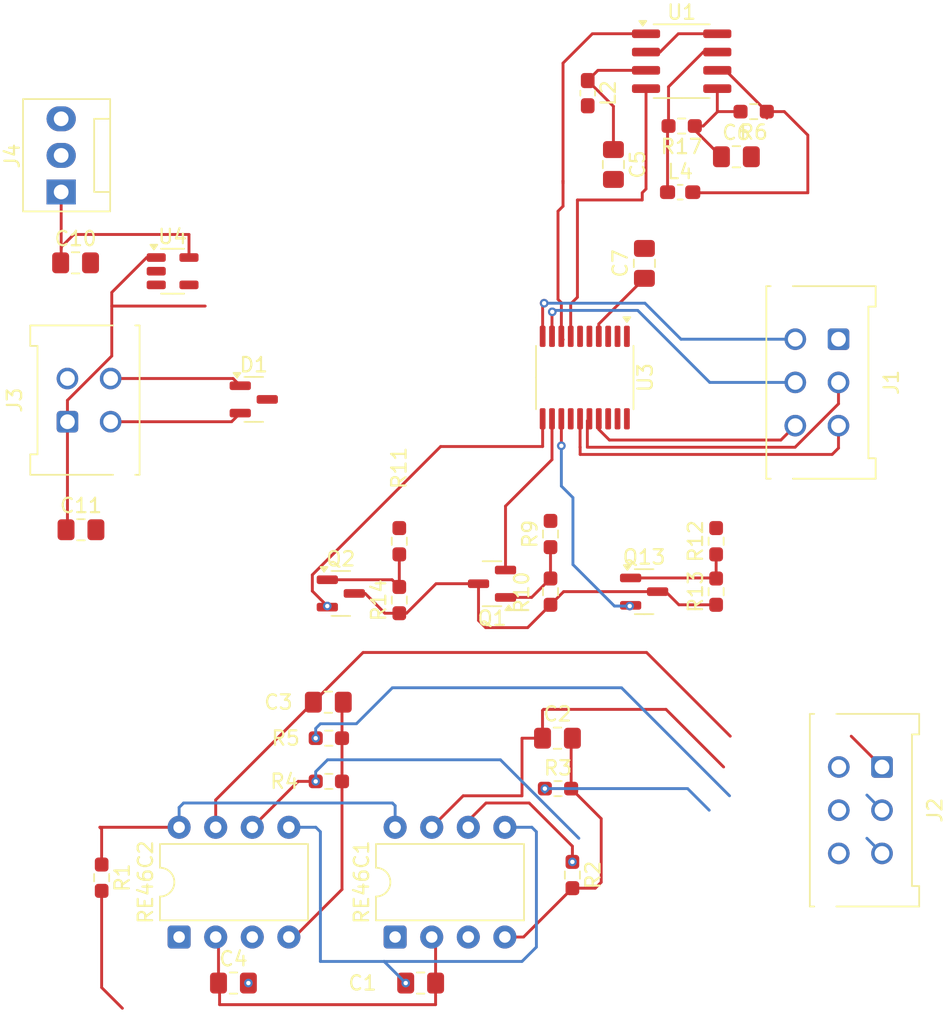
<source format=kicad_pcb>
(kicad_pcb (version 20241229) (generator "pcbnew") (generator_version "9.0")
  (layers (0 "F.Cu" signal) (2 "B.Cu" signal) (13 "F.Paste" user) (15 "B.Paste" user) (5 "F.SilkS" user "F.Silkscreen") (7 "B.SilkS" user "B.Silkscreen") (1 "F.Mask" user) (3 "B.Mask" user) (25 "Edge.Cuts" user))
  (net 0 "")
  (net 1 "Net-(RE46C1-HRNEN)")
  (net 2 "Buzz_Enable")
  (net 3 "Net-(RE46C1-FEED)")
  (net 4 "Speaker1_G")
  (net 5 "Speaker1_F")
  (net 6 "Net-(RE46C2-FEED)")
  (net 7 "Speaker2_G")
  (net 8 "Speaker2_F")
  (net 9 "CANH")
  (net 10 "CANL")
  (net 11 "BMS_Fault")
  (net 12 "Net-(Q1-G)")
  (net 13 "3.3V")
  (net 14 "Net-(Q2-G)")
  (net 15 "IMD_Fault")
  (net 16 "Reset")
  (net 17 "Net-(Q13-G)")
  (net 18 "GND")
  (net 19 "Net-(U1-VCC)")
  (net 20 "Vref")
  (net 21 "SPK_12V+")
  (net 22 "3.3V+")
  (net 23 "+3.3V")
  (net 24 "Net-(U1-CANL)")
  (net 25 "Net-(U1-CANH)")
  (net 27 "Speaker1_M")
  (net 29 "Speaker2_M")
  (net 32 "Net-(Q1-S)")
  (net 33 "Net-(Q2-S)")
  (net 34 "Teensy_TX")
  (net 35 "Teensy_RX")
  (net 36 "Net-(Q13-S)")
  (net 37 "Net-(U1-D)")
  (net 38 "Net-(U1-R)")
  (net 39 "R2D")
  (net 41 "12V+")
  (net 42 "BMS_LIGHT")
  (net 47 "IMD_LIGHT")
  (net 48 "SWCLK")
  (net 51 "SWDIO")
  (footprint "Capacitor_SMD:C_0805_2012Metric_Pad1.18x1.45mm_HandSolder" (layer "F.Cu") (at 189.34875 74.6725 -90)
    (property "Reference" "C5" (at 0 -1.68 90) (layer "F.SilkS"))
    (property "Value" "10uF")
    (pad "1" smd roundrect (at -1.0375 0 270) (size 1.175 1.45) (layers "F.Cu" "F.Mask" "F.Paste") (roundrect_rratio 0.212766) (net 19 "Net-(U1-VCC)"))
    (pad "2" smd roundrect (at 1.0375 0 270) (size 1.175 1.45) (layers "F.Cu" "F.Mask" "F.Paste") (roundrect_rratio 0.212766) (net 18 "GND"))
  )
  (footprint "Connector:FanPinHeader_1x03_P2.54mm_Vertical" (layer "F.Cu") (at 151 76.58 90)
    (property "Reference" "J4" (at 2.5 -3.4 90) (layer "F.SilkS"))
    (property "Value" "Conn_01x04_Pin")
    (pad "1" thru_hole rect (at 0 0 180) (size 2.03 1.73) (drill 1.02) (layers "*.Cu" "*.Mask") (net 22 "3.3V+"))
    (pad "2" thru_hole oval (at 2.54 0 180) (size 2.03 1.73) (drill 1.02) (layers "*.Cu" "*.Mask") (net 18 "GND"))
    (pad "3" thru_hole oval (at 5.08 0 180) (size 2.03 1.73) (drill 1.02) (layers "*.Cu" "*.Mask") (net 51 "SWDIO"))
  )
  (footprint "Resistor_SMD:R_0603_1608Metric_Pad0.98x0.95mm_HandSolder" (layer "F.Cu") (at 169.5875 117.5)
    (property "Reference" "R4" (at -3.0875 0 0) (layer "F.SilkS"))
    (property "Value" "1.5M")
    (pad "1" smd roundrect (at -0.9125 0) (size 0.975 0.95) (layers "F.Cu" "F.Mask" "F.Paste") (net 7 "Speaker2_G"))
    (pad "2" smd roundrect (at 0.9125 0) (size 0.975 0.95) (layers "F.Cu" "F.Mask" "F.Paste") (net 6 "Net-(RE46C2-FEED)"))
  )
  (footprint "Capacitor_SMD:C_0805_2012Metric_Pad1.18x1.45mm_HandSolder" (layer "F.Cu") (at 185.4625 114.5)
    (property "Reference" "C2" (at 0 -1.68 0) (layer "F.SilkS"))
    (property "Value" "1200pF")
    (pad "1" smd roundrect (at -1.0375 0) (size 1.175 1.45) (layers "F.Cu" "F.Mask" "F.Paste") (roundrect_rratio 0.212766) (net 27 "Speaker1_M"))
    (pad "2" smd roundrect (at 1.0375 0) (size 1.175 1.45) (layers "F.Cu" "F.Mask" "F.Paste") (roundrect_rratio 0.212766) (net 3 "Net-(RE46C1-FEED)"))
  )
  (footprint "Package_TO_SOT_SMD:SOT-23" (layer "F.Cu") (at 170.417499 104.45125)
    (property "Reference" "Q2" (at 0 -2.4 0) (layer "F.SilkS"))
    (property "Value" "AO3400A")
    (pad "1" smd roundrect (at -0.9375 -0.95) (size 1.475 0.6) (layers "F.Cu" "F.Mask" "F.Paste") (net 14 "Net-(Q2-G)"))
    (pad "2" smd roundrect (at -0.9375 0.95) (size 1.475 0.6) (layers "F.Cu" "F.Mask" "F.Paste") (net 33 "Net-(Q2-S)"))
    (pad "3" smd roundrect (at 0.9375 0) (size 1.475 0.6) (layers "F.Cu" "F.Mask" "F.Paste") (net 18 "GND"))
  )
  (footprint "Package_TO_SOT_SMD:TSOT-23-5" (layer "F.Cu") (at 158.7375 82.08)
    (property "Reference" "U4" (at 0 -2.4 0) (layer "F.SilkS"))
    (property "Value" "LT1761-3.3")
    (pad "1" smd roundrect (at -1.1375 -0.95) (size 1.325 0.6) (layers "F.Cu" "F.Mask" "F.Paste") (net 41 "12V+"))
    (pad "2" smd roundrect (at -1.1375 0) (size 1.325 0.6) (layers "F.Cu" "F.Mask" "F.Paste") (net 18 "GND"))
    (pad "3" smd roundrect (at -1.1375 0.95) (size 1.325 0.6) (layers "F.Cu" "F.Mask" "F.Paste"))
    (pad "4" smd roundrect (at 1.1375 0.95) (size 1.325 0.6) (layers "F.Cu" "F.Mask" "F.Paste"))
    (pad "5" smd roundrect (at 1.1375 -0.95) (size 1.325 0.6) (layers "F.Cu" "F.Mask" "F.Paste") (net 22 "3.3V+"))
  )
  (footprint "Package_SO:SOIC-8_3.9x4.9mm_P1.27mm" (layer "F.Cu") (at 194.0875 67.5)
    (property "Reference" "U1" (at 0 -3.4 0) (layer "F.SilkS"))
    (property "Value" "SN65HVD230")
    (pad "1" smd roundrect (at -2.475 -1.905) (size 1.95 0.6) (layers "F.Cu" "F.Mask" "F.Paste") (net 37 "Net-(U1-D)"))
    (pad "2" smd roundrect (at -2.475 -0.635) (size 1.95 0.6) (layers "F.Cu" "F.Mask" "F.Paste") (net 18 "GND"))
    (pad "3" smd roundrect (at -2.475 0.635) (size 1.95 0.6) (layers "F.Cu" "F.Mask" "F.Paste") (net 19 "Net-(U1-VCC)"))
    (pad "4" smd roundrect (at -2.475 1.905) (size 1.95 0.6) (layers "F.Cu" "F.Mask" "F.Paste") (net 38 "Net-(U1-R)"))
    (pad "5" smd roundrect (at 2.475 1.905) (size 1.95 0.6) (layers "F.Cu" "F.Mask" "F.Paste") (net 20 "Vref"))
    (pad "6" smd roundrect (at 2.475 0.635) (size 1.95 0.6) (layers "F.Cu" "F.Mask" "F.Paste") (net 24 "Net-(U1-CANL)"))
    (pad "7" smd roundrect (at 2.475 -0.635) (size 1.95 0.6) (layers "F.Cu" "F.Mask" "F.Paste") (net 25 "Net-(U1-CANH)"))
    (pad "8" smd roundrect (at 2.475 -1.905) (size 1.95 0.6) (layers "F.Cu" "F.Mask" "F.Paste") (net 18 "GND"))
  )
  (footprint "Resistor_SMD:R_0603_1608Metric_Pad0.98x0.95mm_HandSolder" (layer "F.Cu") (at 174.479999 100.82625 90)
    (property "Reference" "R11" (at 5.0875 -0.02 90) (layer "F.SilkS"))
    (property "Value" "3k")
    (pad "1" smd roundrect (at -0.9125 0 90) (size 0.975 0.95) (layers "F.Cu" "F.Mask" "F.Paste") (net 14 "Net-(Q2-G)"))
    (pad "2" smd roundrect (at 0.9125 0 90) (size 0.975 0.95) (layers "F.Cu" "F.Mask" "F.Paste") (net 15 "IMD_Fault"))
  )
  (footprint "Package_DIP:DIP-8_W7.62mm" (layer "F.Cu") (at 159.19 128.305 90)
    (property "Reference" "RE46C2" (at 3.81 -2.33 90) (layer "F.SilkS"))
    (property "Value" "~")
    (pad "1" thru_hole roundrect (at 0 0 90) (size 1.6 1.6) (drill 0.8) (layers "*.Cu" "*.Mask") (roundrect_rratio 0.15625))
    (pad "2" thru_hole circle (at 0 2.54 90) (size 1.6 1.6) (drill 0.8) (layers "*.Cu" "*.Mask") (net 21 "SPK_12V+"))
    (pad "3" thru_hole circle (at 0 5.08 90) (size 1.6 1.6) (drill 0.8) (layers "*.Cu" "*.Mask"))
    (pad "4" thru_hole circle (at 0 7.62 90) (size 1.6 1.6) (drill 0.8) (layers "*.Cu" "*.Mask") (net 6 "Net-(RE46C2-FEED)"))
    (pad "5" thru_hole circle (at 7.62 7.62 90) (size 1.6 1.6) (drill 0.8) (layers "*.Cu" "*.Mask") (net 18 "GND"))
    (pad "6" thru_hole circle (at 7.62 5.08 90) (size 1.6 1.6) (drill 0.8) (layers "*.Cu" "*.Mask") (net 7 "Speaker2_G"))
    (pad "7" thru_hole circle (at 7.62 2.54 90) (size 1.6 1.6) (drill 0.8) (layers "*.Cu" "*.Mask") (net 29 "Speaker2_M"))
    (pad "8" thru_hole circle (at 7.62 0 90) (size 1.6 1.6) (drill 0.8) (layers "*.Cu" "*.Mask") (net 1 "Net-(RE46C1-HRNEN)"))
  )
  (footprint "Capacitor_SMD:C_0805_2012Metric_Pad1.18x1.45mm_HandSolder" (layer "F.Cu") (at 191.5 81.5375 90)
    (property "Reference" "C7" (at 0 -1.68 90) (layer "F.SilkS"))
    (property "Value" "C")
    (pad "1" smd roundrect (at -1.0375 0 90) (size 1.175 1.45) (layers "F.Cu" "F.Mask" "F.Paste") (roundrect_rratio 0.212766) (net 13 "3.3V"))
    (pad "2" smd roundrect (at 1.0375 0 90) (size 1.175 1.45) (layers "F.Cu" "F.Mask" "F.Paste") (roundrect_rratio 0.212766) (net 18 "GND"))
  )
  (footprint "Resistor_SMD:R_0603_1608Metric_Pad0.98x0.95mm_HandSolder" (layer "F.Cu") (at 196.479999 100.82625 90)
    (property "Reference" "R12" (at 0 -1.43 90) (layer "F.SilkS"))
    (property "Value" "3k")
    (pad "1" smd roundrect (at -0.9125 0 90) (size 0.975 0.95) (layers "F.Cu" "F.Mask" "F.Paste") (net 17 "Net-(Q13-G)"))
    (pad "2" smd roundrect (at 0.9125 0 90) (size 0.975 0.95) (layers "F.Cu" "F.Mask" "F.Paste") (net 16 "Reset"))
  )
  (footprint "Inductor_SMD:L_0603_1608Metric_Pad1.05x0.95mm_HandSolder" (layer "F.Cu") (at 187.5625 69.72 -90)
    (property "Reference" "L2" (at 0 -1.43 90) (layer "F.SilkS"))
    (property "Value" "GZ1608D601TF")
    (pad "1" smd roundrect (at -0.875 0 270) (size 1.05 0.95) (layers "F.Cu" "F.Mask" "F.Paste") (net 19 "Net-(U1-VCC)"))
    (pad "2" smd roundrect (at 0.875 0 270) (size 1.05 0.95) (layers "F.Cu" "F.Mask" "F.Paste") (net 23 "+3.3V"))
  )
  (footprint "Package_TO_SOT_SMD:SOT-23" (layer "F.Cu") (at 164.3725 90.98)
    (property "Reference" "D1" (at 0 -2.4 0) (layer "F.SilkS"))
    (property "Value" "ESD2CANFD24DBZRQ1")
    (pad "1" smd roundrect (at -0.9375 -0.95) (size 1.475 0.6) (layers "F.Cu" "F.Mask" "F.Paste") (net 10 "CANL"))
    (pad "2" smd roundrect (at -0.9375 0.95) (size 1.475 0.6) (layers "F.Cu" "F.Mask" "F.Paste") (net 9 "CANH"))
    (pad "3" smd roundrect (at 0.9375 0) (size 1.475 0.6) (layers "F.Cu" "F.Mask" "F.Paste") (net 18 "GND"))
  )
  (footprint "Capacitor_SMD:C_0805_2012Metric_Pad1.18x1.45mm_HandSolder" (layer "F.Cu") (at 175.9625 131.5 180)
    (property "Reference" "C1" (at 4.0375 0 0) (layer "F.SilkS"))
    (property "Value" "1uF/50V")
    (pad "1" smd roundrect (at -1.0375 0 180) (size 1.175 1.45) (layers "F.Cu" "F.Mask" "F.Paste") (roundrect_rratio 0.212766) (net 41 "12V+"))
    (pad "2" smd roundrect (at 1.0375 0 180) (size 1.175 1.45) (layers "F.Cu" "F.Mask" "F.Paste") (roundrect_rratio 0.212766) (net 18 "GND"))
  )
  (footprint "Connector_Molex:Molex_Micro-Fit_3.0_43045-0412_2x02_P3.00mm_Vertical" (layer "F.Cu") (at 151.435 92.53 90)
    (property "Reference" "J3" (at 1.5 -3.67 90) (layer "F.SilkS"))
    (property "Value" "Conn_01x04_Pin")
    (pad "" np_thru_hole circle (at -3 3.94 90) (size 1.02 1.02) (drill 1.02) (layers "*.Cu" "*.Mask"))
    (pad "" np_thru_hole circle (at 6 3.94 90) (size 1.02 1.02) (drill 1.02) (layers "*.Cu" "*.Mask"))
    (pad "1" thru_hole roundrect (at 0 0 90) (size 1.5 1.5) (drill 1.02) (layers "*.Cu" "*.Mask") (roundrect_rratio 0.166667) (net 41 "12V+"))
    (pad "2" thru_hole circle (at 3 0 90) (size 1.5 1.5) (drill 1.02) (layers "*.Cu" "*.Mask") (net 18 "GND"))
    (pad "3" thru_hole circle (at 0 3 90) (size 1.5 1.5) (drill 1.02) (layers "*.Cu" "*.Mask") (net 9 "CANH"))
    (pad "4" thru_hole circle (at 3 3 90) (size 1.5 1.5) (drill 1.02) (layers "*.Cu" "*.Mask") (net 10 "CANL"))
  )
  (footprint "Resistor_SMD:R_0603_1608Metric_Pad0.98x0.95mm_HandSolder" (layer "F.Cu") (at 184.979999 104.32625 90)
    (property "Reference" "R10" (at -0.0625 -2 90) (layer "F.SilkS"))
    (property "Value" "12k")
    (pad "1" smd roundrect (at -0.9125 0 90) (size 0.975 0.95) (layers "F.Cu" "F.Mask" "F.Paste") (net 18 "GND"))
    (pad "2" smd roundrect (at 0.9125 0 90) (size 0.975 0.95) (layers "F.Cu" "F.Mask" "F.Paste") (net 12 "Net-(Q1-G)"))
  )
  (footprint "Package_SO:TSSOP-20_4.4x6.5mm_P0.65mm" (layer "F.Cu") (at 187.357499 89.46375 -90)
    (property "Reference" "U3" (at 0 -4.2 90) (layer "F.SilkS"))
    (property "Value" "STM32C011F4Px")
    (pad "1" smd roundrect (at -2.8625 -2.925 270) (size 1.475 0.4) (layers "F.Cu" "F.Mask" "F.Paste"))
    (pad "2" smd roundrect (at -2.8625 -2.275 270) (size 1.475 0.4) (layers "F.Cu" "F.Mask" "F.Paste"))
    (pad "3" smd roundrect (at -2.8625 -1.625 270) (size 1.475 0.4) (layers "F.Cu" "F.Mask" "F.Paste"))
    (pad "4" smd roundrect (at -2.8625 -0.975 270) (size 1.475 0.4) (layers "F.Cu" "F.Mask" "F.Paste") (net 13 "3.3V"))
    (pad "5" smd roundrect (at -2.8625 -0.325 270) (size 1.475 0.4) (layers "F.Cu" "F.Mask" "F.Paste") (net 18 "GND"))
    (pad "6" smd roundrect (at -2.8625 0.325 270) (size 1.475 0.4) (layers "F.Cu" "F.Mask" "F.Paste"))
    (pad "7" smd roundrect (at -2.8625 0.975 270) (size 1.475 0.4) (layers "F.Cu" "F.Mask" "F.Paste") (net 38 "Net-(U1-R)"))
    (pad "8" smd roundrect (at -2.8625 1.625 270) (size 1.475 0.4) (layers "F.Cu" "F.Mask" "F.Paste") (net 37 "Net-(U1-D)"))
    (pad "9" smd roundrect (at -2.8625 2.275 270) (size 1.475 0.4) (layers "F.Cu" "F.Mask" "F.Paste") (net 35 "Teensy_RX"))
    (pad "10" smd roundrect (at -2.8625 2.925 270) (size 1.475 0.4) (layers "F.Cu" "F.Mask" "F.Paste") (net 34 "Teensy_TX"))
    (pad "11" smd roundrect (at 2.8625 2.925 270) (size 1.475 0.4) (layers "F.Cu" "F.Mask" "F.Paste") (net 33 "Net-(Q2-S)"))
    (pad "12" smd roundrect (at 2.8625 2.275 270) (size 1.475 0.4) (layers "F.Cu" "F.Mask" "F.Paste") (net 32 "Net-(Q1-S)"))
    (pad "13" smd roundrect (at 2.8625 1.625 270) (size 1.475 0.4) (layers "F.Cu" "F.Mask" "F.Paste") (net 36 "Net-(Q13-S)"))
    (pad "14" smd roundrect (at 2.8625 0.975 270) (size 1.475 0.4) (layers "F.Cu" "F.Mask" "F.Paste") (net 2 "Buzz_Enable"))
    (pad "15" smd roundrect (at 2.8625 0.325 270) (size 1.475 0.4) (layers "F.Cu" "F.Mask" "F.Paste") (net 39 "R2D"))
    (pad "16" smd roundrect (at 2.8625 -0.325 270) (size 1.475 0.4) (layers "F.Cu" "F.Mask" "F.Paste") (net 47 "IMD_LIGHT"))
    (pad "17" smd roundrect (at 2.8625 -0.975 270) (size 1.475 0.4) (layers "F.Cu" "F.Mask" "F.Paste") (net 42 "BMS_LIGHT"))
    (pad "18" smd roundrect (at 2.8625 -1.625 270) (size 1.475 0.4) (layers "F.Cu" "F.Mask" "F.Paste") (net 51 "SWDIO"))
    (pad "19" smd roundrect (at 2.8625 -2.275 270) (size 1.475 0.4) (layers "F.Cu" "F.Mask" "F.Paste") (net 48 "SWCLK"))
    (pad "20" smd roundrect (at 2.8625 -2.925 270) (size 1.475 0.4) (layers "F.Cu" "F.Mask" "F.Paste"))
  )
  (footprint "Resistor_SMD:R_0603_1608Metric_Pad0.98x0.95mm_HandSolder" (layer "F.Cu") (at 169.5875 114.5)
    (property "Reference" "R5" (at -3 0 0) (layer "F.SilkS"))
    (property "Value" "150k")
    (pad "1" smd roundrect (at -0.9125 0) (size 0.975 0.95) (layers "F.Cu" "F.Mask" "F.Paste") (net 8 "Speaker2_F"))
    (pad "2" smd roundrect (at 0.9125 0) (size 0.975 0.95) (layers "F.Cu" "F.Mask" "F.Paste") (net 6 "Net-(RE46C2-FEED)"))
  )
  (footprint "Package_DIP:DIP-8_W7.62mm" (layer "F.Cu") (at 174.19 128.305 90)
    (property "Reference" "RE46C1" (at 3.81 -2.33 90) (layer "F.SilkS"))
    (property "Value" "~")
    (pad "1" thru_hole roundrect (at 0 0 90) (size 1.6 1.6) (drill 0.8) (layers "*.Cu" "*.Mask") (roundrect_rratio 0.15625))
    (pad "2" thru_hole circle (at 0 2.54 90) (size 1.6 1.6) (drill 0.8) (layers "*.Cu" "*.Mask") (net 41 "12V+"))
    (pad "3" thru_hole circle (at 0 5.08 90) (size 1.6 1.6) (drill 0.8) (layers "*.Cu" "*.Mask"))
    (pad "4" thru_hole circle (at 0 7.62 90) (size 1.6 1.6) (drill 0.8) (layers "*.Cu" "*.Mask") (net 3 "Net-(RE46C1-FEED)"))
    (pad "5" thru_hole circle (at 7.62 7.62 90) (size 1.6 1.6) (drill 0.8) (layers "*.Cu" "*.Mask") (net 18 "GND"))
    (pad "6" thru_hole circle (at 7.62 5.08 90) (size 1.6 1.6) (drill 0.8) (layers "*.Cu" "*.Mask") (net 4 "Speaker1_G"))
    (pad "7" thru_hole circle (at 7.62 2.54 90) (size 1.6 1.6) (drill 0.8) (layers "*.Cu" "*.Mask") (net 27 "Speaker1_M"))
    (pad "8" thru_hole circle (at 7.62 0 90) (size 1.6 1.6) (drill 0.8) (layers "*.Cu" "*.Mask") (net 1 "Net-(RE46C1-HRNEN)"))
  )
  (footprint "Resistor_SMD:R_0603_1608Metric_Pad0.98x0.95mm_HandSolder" (layer "F.Cu") (at 174.479999 104.91375 90)
    (property "Reference" "R14" (at 0 -1.43 90) (layer "F.SilkS"))
    (property "Value" "12k")
    (pad "1" smd roundrect (at -0.9125 0 90) (size 0.975 0.95) (layers "F.Cu" "F.Mask" "F.Paste") (net 18 "GND"))
    (pad "2" smd roundrect (at 0.9125 0 90) (size 0.975 0.95) (layers "F.Cu" "F.Mask" "F.Paste") (net 14 "Net-(Q2-G)"))
  )
  (footprint "Resistor_SMD:R_0603_1608Metric_Pad0.98x0.95mm_HandSolder" (layer "F.Cu") (at 194.0875 72 180)
    (property "Reference" "R17" (at 0 -1.43 0) (layer "F.SilkS"))
    (property "Value" "60")
    (pad "1" smd roundrect (at -0.9125 0 180) (size 0.975 0.95) (layers "F.Cu" "F.Mask" "F.Paste") (net 20 "Vref"))
    (pad "2" smd roundrect (at 0.9125 0 180) (size 0.975 0.95) (layers "F.Cu" "F.Mask" "F.Paste") (net 25 "Net-(U1-CANH)"))
  )
  (footprint "Resistor_SMD:R_0603_1608Metric_Pad0.98x0.95mm_HandSolder" (layer "F.Cu") (at 185.5 118)
    (property "Reference" "R3" (at 0 -1.43 0) (layer "F.SilkS"))
    (property "Value" "150k")
    (pad "1" smd roundrect (at -0.9125 0) (size 0.975 0.95) (layers "F.Cu" "F.Mask" "F.Paste") (net 5 "Speaker1_F"))
    (pad "2" smd roundrect (at 0.9125 0) (size 0.975 0.95) (layers "F.Cu" "F.Mask" "F.Paste") (net 3 "Net-(RE46C1-FEED)"))
  )
  (footprint "Capacitor_SMD:C_0805_2012Metric_Pad1.18x1.45mm_HandSolder" (layer "F.Cu") (at 152.375 100.03)
    (property "Reference" "C11" (at 0 -1.68 0) (layer "F.SilkS"))
    (property "Value" "10uF")
    (pad "1" smd roundrect (at -1.0375 0) (size 1.175 1.45) (layers "F.Cu" "F.Mask" "F.Paste") (roundrect_rratio 0.212766) (net 41 "12V+"))
    (pad "2" smd roundrect (at 1.0375 0) (size 1.175 1.45) (layers "F.Cu" "F.Mask" "F.Paste") (roundrect_rratio 0.212766) (net 18 "GND"))
  )
  (footprint "Package_TO_SOT_SMD:SOT-23" (layer "F.Cu") (at 191.479999 104.32625)
    (property "Reference" "Q13" (at 0 -2.4 0) (layer "F.SilkS"))
    (property "Value" "AO3400A")
    (pad "1" smd roundrect (at -0.9375 -0.95) (size 1.475 0.6) (layers "F.Cu" "F.Mask" "F.Paste") (net 17 "Net-(Q13-G)"))
    (pad "2" smd roundrect (at -0.9375 0.95) (size 1.475 0.6) (layers "F.Cu" "F.Mask" "F.Paste") (net 36 "Net-(Q13-S)"))
    (pad "3" smd roundrect (at 0.9375 0) (size 1.475 0.6) (layers "F.Cu" "F.Mask" "F.Paste") (net 18 "GND"))
  )
  (footprint "Resistor_SMD:R_0603_1608Metric_Pad0.98x0.95mm_HandSolder" (layer "F.Cu") (at 153.81 124.185 -90)
    (property "Reference" "R1" (at 0 -1.43 90) (layer "F.SilkS"))
    (property "Value" "10K")
    (pad "1" smd roundrect (at -0.9125 0 270) (size 0.975 0.95) (layers "F.Cu" "F.Mask" "F.Paste") (net 1 "Net-(RE46C1-HRNEN)"))
    (pad "2" smd roundrect (at 0.9125 0 270) (size 0.975 0.95) (layers "F.Cu" "F.Mask" "F.Paste") (net 2 "Buzz_Enable"))
  )
  (footprint "Capacitor_SMD:C_0805_2012Metric_Pad1.18x1.45mm_HandSolder" (layer "F.Cu") (at 197.88625 74.135)
    (property "Reference" "C6" (at 0 -1.68 0) (layer "F.SilkS"))
    (property "Value" "4.7nF")
    (pad "1" smd roundrect (at -1.0375 0) (size 1.175 1.45) (layers "F.Cu" "F.Mask" "F.Paste") (roundrect_rratio 0.212766) (net 20 "Vref"))
    (pad "2" smd roundrect (at 1.0375 0) (size 1.175 1.45) (layers "F.Cu" "F.Mask" "F.Paste") (roundrect_rratio 0.212766) (net 18 "GND"))
  )
  (footprint "Connector_Molex:Molex_Micro-Fit_3.0_43045-0612_2x03_P3.00mm_Vertical" (layer "F.Cu") (at 204.977499 86.80125 -90)
    (property "Reference" "J1" (at 3 -3.67 90) (layer "F.SilkS"))
    (property "Value" "Conn_01x06_Pin")
    (pad "" np_thru_hole circle (at -3 3.94 270) (size 1.02 1.02) (drill 1.02) (layers "*.Cu" "*.Mask"))
    (pad "" np_thru_hole circle (at 9 3.94 270) (size 1.02 1.02) (drill 1.02) (layers "*.Cu" "*.Mask"))
    (pad "1" thru_hole roundrect (at 0 0 270) (size 1.5 1.5) (drill 1.02) (layers "*.Cu" "*.Mask") (roundrect_rratio 0.166667) (net 18 "GND"))
    (pad "2" thru_hole circle (at 3 0 270) (size 1.5 1.5) (drill 1.02) (layers "*.Cu" "*.Mask") (net 47 "IMD_LIGHT"))
    (pad "3" thru_hole circle (at 6 0 270) (size 1.5 1.5) (drill 1.02) (layers "*.Cu" "*.Mask") (net 39 "R2D"))
    (pad "4" thru_hole circle (at 0 3 270) (size 1.5 1.5) (drill 1.02) (layers "*.Cu" "*.Mask") (net 34 "Teensy_TX"))
    (pad "5" thru_hole circle (at 3 3 270) (size 1.5 1.5) (drill 1.02) (layers "*.Cu" "*.Mask") (net 35 "Teensy_RX"))
    (pad "6" thru_hole circle (at 6 3 270) (size 1.5 1.5) (drill 1.02) (layers "*.Cu" "*.Mask") (net 42 "BMS_LIGHT"))
  )
  (footprint "Capacitor_SMD:C_0805_2012Metric_Pad1.18x1.45mm_HandSolder" (layer "F.Cu") (at 169.55 112)
    (property "Reference" "C3" (at -3.4625 0 0) (layer "F.SilkS"))
    (property "Value" "1200pF")
    (pad "1" smd roundrect (at -1.0375 0) (size 1.175 1.45) (layers "F.Cu" "F.Mask" "F.Paste") (roundrect_rratio 0.212766) (net 29 "Speaker2_M"))
    (pad "2" smd roundrect (at 1.0375 0) (size 1.175 1.45) (layers "F.Cu" "F.Mask" "F.Paste") (roundrect_rratio 0.212766) (net 6 "Net-(RE46C2-FEED)"))
  )
  (footprint "Package_TO_SOT_SMD:SOT-23" (layer "F.Cu") (at 180.917499 103.77625 180)
    (property "Reference" "Q1" (at 0 -2.4 0) (layer "F.SilkS"))
    (property "Value" "AO3400A")
    (pad "1" smd roundrect (at -0.9375 -0.95 180) (size 1.475 0.6) (layers "F.Cu" "F.Mask" "F.Paste") (net 12 "Net-(Q1-G)"))
    (pad "2" smd roundrect (at -0.9375 0.95 180) (size 1.475 0.6) (layers "F.Cu" "F.Mask" "F.Paste") (net 32 "Net-(Q1-S)"))
    (pad "3" smd roundrect (at 0.9375 0 180) (size 1.475 0.6) (layers "F.Cu" "F.Mask" "F.Paste") (net 18 "GND"))
  )
  (footprint "Resistor_SMD:R_0603_1608Metric_Pad0.98x0.95mm_HandSolder" (layer "F.Cu") (at 199.0875 71 180)
    (property "Reference" "R6" (at 0 -1.43 0) (layer "F.SilkS"))
    (property "Value" "60")
    (pad "1" smd roundrect (at -0.9125 0 180) (size 0.975 0.95) (layers "F.Cu" "F.Mask" "F.Paste") (net 24 "Net-(U1-CANL)"))
    (pad "2" smd roundrect (at 0.9125 0 180) (size 0.975 0.95) (layers "F.Cu" "F.Mask" "F.Paste") (net 20 "Vref"))
  )
  (footprint "Capacitor_SMD:C_0805_2012Metric_Pad1.18x1.45mm_HandSolder" (layer "F.Cu") (at 162.9625 131.5)
    (property "Reference" "C4" (at 0 -1.68 0) (layer "F.SilkS"))
    (property "Value" "1uF/50V")
    (pad "1" smd roundrect (at -1.0375 0) (size 1.175 1.45) (layers "F.Cu" "F.Mask" "F.Paste") (roundrect_rratio 0.212766) (net 21 "SPK_12V+"))
    (pad "2" smd roundrect (at 1.0375 0) (size 1.175 1.45) (layers "F.Cu" "F.Mask" "F.Paste") (roundrect_rratio 0.212766) (net 18 "GND"))
  )
  (footprint "Resistor_SMD:R_0603_1608Metric_Pad0.98x0.95mm_HandSolder" (layer "F.Cu") (at 196.479999 104.32625 90)
    (property "Reference" "R13" (at 0 -1.43 90) (layer "F.SilkS"))
    (property "Value" "12k")
    (pad "1" smd roundrect (at -0.9125 0 90) (size 0.975 0.95) (layers "F.Cu" "F.Mask" "F.Paste") (net 18 "GND"))
    (pad "2" smd roundrect (at 0.9125 0 90) (size 0.975 0.95) (layers "F.Cu" "F.Mask" "F.Paste") (net 17 "Net-(Q13-G)"))
  )
  (footprint "Resistor_SMD:R_0603_1608Metric_Pad0.98x0.95mm_HandSolder" (layer "F.Cu") (at 186.5 124 -90)
    (property "Reference" "R2" (at 0 -1.43 90) (layer "F.SilkS"))
    (property "Value" "1.5M")
    (pad "1" smd roundrect (at -0.9125 0 270) (size 0.975 0.95) (layers "F.Cu" "F.Mask" "F.Paste") (net 4 "Speaker1_G"))
    (pad "2" smd roundrect (at 0.9125 0 270) (size 0.975 0.95) (layers "F.Cu" "F.Mask" "F.Paste") (net 3 "Net-(RE46C1-FEED)"))
  )
  (footprint "Resistor_SMD:R_0603_1608Metric_Pad0.98x0.95mm_HandSolder" (layer "F.Cu") (at 184.979999 100.32625 90)
    (property "Reference" "R9" (at 0 -1.43 90) (layer "F.SilkS"))
    (property "Value" "3k")
    (pad "1" smd roundrect (at -0.9125 0 90) (size 0.975 0.95) (layers "F.Cu" "F.Mask" "F.Paste") (net 12 "Net-(Q1-G)"))
    (pad "2" smd roundrect (at 0.9125 0 90) (size 0.975 0.95) (layers "F.Cu" "F.Mask" "F.Paste") (net 11 "BMS_Fault"))
  )
  (footprint "Inductor_SMD:L_0603_1608Metric_Pad1.05x0.95mm_HandSolder" (layer "F.Cu") (at 193.982499 76.595)
    (property "Reference" "L4" (at 0 -1.43 0) (layer "F.SilkS"))
    (property "Value" "ACT1210-101-2P-TL00")
    (pad "1" smd roundrect (at -0.875 0) (size 1.05 0.95) (layers "F.Cu" "F.Mask" "F.Paste") (net 25 "Net-(U1-CANH)"))
    (pad "2" smd roundrect (at 0.875 0) (size 1.05 0.95) (layers "F.Cu" "F.Mask" "F.Paste") (net 24 "Net-(U1-CANL)"))
  )
  (footprint "Capacitor_SMD:C_0805_2012Metric_Pad1.18x1.45mm_HandSolder" (layer "F.Cu") (at 152 81.5)
    (property "Reference" "C10" (at 0 -1.68 0) (layer "F.SilkS"))
    (property "Value" "10uF")
    (pad "1" smd roundrect (at -1.0375 0) (size 1.175 1.45) (layers "F.Cu" "F.Mask" "F.Paste") (roundrect_rratio 0.212766) (net 22 "3.3V+"))
    (pad "2" smd roundrect (at 1.0375 0) (size 1.175 1.45) (layers "F.Cu" "F.Mask" "F.Paste") (roundrect_rratio 0.212766) (net 18 "GND"))
  )
  (footprint "Connector_Molex:Molex_Micro-Fit_3.0_43045-0612_2x03_P3.00mm_Vertical" (layer "F.Cu") (at 208 116.5 -90)
    (property "Reference" "J2" (at 3 -3.67 90) (layer "F.SilkS"))
    (property "Value" "Conn_01x06_Pin" (hide yes))
    (pad "" np_thru_hole circle (at -3 3.94 270) (size 1.02 1.02) (drill 1.02) (layers "*.Cu" "*.Mask"))
    (pad "" np_thru_hole circle (at 9 3.94 270) (size 1.02 1.02) (drill 1.02) (layers "*.Cu" "*.Mask"))
    (pad "1" thru_hole roundrect (at 0 0 270) (size 1.5 1.5) (drill 1.02) (layers "*.Cu" "*.Mask") (roundrect_rratio 0.166667) (net 29 "Speaker2_M"))
    (pad "2" thru_hole circle (at 3 0 270) (size 1.5 1.5) (drill 1.02) (layers "*.Cu" "*.Mask") (net 8 "Speaker2_F"))
    (pad "3" thru_hole circle (at 6 0 270) (size 1.5 1.5) (drill 1.02) (layers "*.Cu" "*.Mask") (net 7 "Speaker2_G"))
    (pad "4" thru_hole circle (at 0 3 270) (size 1.5 1.5) (drill 1.02) (layers "*.Cu" "*.Mask") (net 27 "Speaker1_M"))
    (pad "5" thru_hole circle (at 3 3 270) (size 1.5 1.5) (drill 1.02) (layers "*.Cu" "*.Mask") (net 5 "Speaker1_F"))
    (pad "6" thru_hole circle (at 6 3 270) (size 1.5 1.5) (drill 1.02) (layers "*.Cu" "*.Mask") (net 4 "Speaker1_G"))
  )
  (segment (start 153.685 120.685) (end 153.81 120.81) (width 0.2) (layer "F.Cu") (net 1))
  (segment (start 159.19 120.685) (end 153.685 120.685) (width 0.2) (layer "F.Cu") (net 1))
  (segment (start 153.81 120.81) (end 153.81 123.2725) (width 0.2) (layer "F.Cu") (net 1))
  (segment (start 174.19 119.19) (end 174 119) (width 0.2) (layer "B.Cu") (net 1))
  (segment (start 159.5 119) (end 159.19 119.31) (width 0.2) (layer "B.Cu") (net 1))
  (segment (start 174 119) (end 159.5 119) (width 0.2) (layer "B.Cu") (net 1))
  (segment (start 159.19 119.31) (end 159.19 120.685) (width 0.2) (layer "B.Cu") (net 1))
  (segment (start 174.19 120.685) (end 174.19 119.19) (width 0.2) (layer "B.Cu") (net 1))
  (segment (start 153.81 125.0975) (end 153.81 131.81) (width 0.2) (layer "F.Cu") (net 2))
  (segment (start 153.81 131.81) (end 155.25 133.25) (width 0.2) (layer "F.Cu") (net 2))
  (segment (start 188.5 124.5) (end 188.5 120.0875) (width 0.2) (layer "F.Cu") (net 3))
  (segment (start 186.5 124.9125) (end 188.0875 124.9125) (width 0.2) (layer "F.Cu") (net 3))
  (segment (start 188.5 120.0875) (end 186.4125 118) (width 0.2) (layer "F.Cu") (net 3))
  (segment (start 183.1075 128.305) (end 186.5 124.9125) (width 0.2) (layer "F.Cu") (net 3))
  (segment (start 186.4125 118) (end 186.4125 114.5875) (width 0.2) (layer "F.Cu") (net 3))
  (segment (start 181.81 128.305) (end 183.1075 128.305) (width 0.2) (layer "F.Cu") (net 3))
  (segment (start 188.0875 124.9125) (end 188.5 124.5) (width 0.2) (layer "F.Cu") (net 3))
  (segment (start 186.4125 114.5875) (end 186.5 114.5) (width 0.2) (layer "F.Cu") (net 3))
  (segment (start 186.5 123.0875) (end 186.5 122) (width 0.2) (layer "F.Cu") (net 4))
  (segment (start 179.27 120.23) (end 179.27 120.685) (width 0.2) (layer "F.Cu") (net 4))
  (segment (start 180.5 119) (end 179.27 120.23) (width 0.2) (layer "F.Cu") (net 4))
  (segment (start 183.5 119) (end 180.5 119) (width 0.2) (layer "F.Cu") (net 4))
  (segment (start 186.5 122) (end 183.5 119) (width 0.2) (layer "F.Cu") (net 4))
  (via (at 186.5 123.0875) (size 0.6) (drill 0.3) (layers "F.Cu" "B.Cu") (net 4))
  (via (at 184.5875 118) (size 0.6) (drill 0.3) (layers "F.Cu" "B.Cu") (net 5))
  (segment (start 194.5 118) (end 184.5875 118) (width 0.2) (layer "B.Cu") (net 5))
  (segment (start 196 119.5) (end 194.5 118) (width 0.2) (layer "B.Cu") (net 5))
  (segment (start 184.5875 118.2475) (end 184.5875 118) (width 0.2) (layer "B.Cu") (net 5))
  (segment (start 170.5 125) (end 170.5 117.5) (width 0.2) (layer "F.Cu") (net 6))
  (segment (start 166.81 128.31) (end 167 128.5) (width 0.2) (layer "F.Cu") (net 6))
  (segment (start 170.5 114.5) (end 170.5 112.0875) (width 0.2) (layer "F.Cu") (net 6))
  (segment (start 170.5 117.5) (end 170.5 114.5) (width 0.2) (layer "F.Cu") (net 6))
  (segment (start 170.5 117.5) (end 170.4125 117.4125) (width 0.2) (layer "F.Cu") (net 6))
  (segment (start 166.81 128.305) (end 166.81 128.31) (width 0.2) (layer "F.Cu") (net 6))
  (segment (start 170.5 112.0875) (end 170.5875 112) (width 0.2) (layer "F.Cu") (net 6))
  (segment (start 167 128.5) (end 170.5 125) (width 0.2) (layer "F.Cu") (net 6))
  (segment (start 167.455 117.5) (end 168.675 117.5) (width 0.2) (layer "F.Cu") (net 7))
  (segment (start 164.27 120.685) (end 167.455 117.5) (width 0.2) (layer "F.Cu") (net 7))
  (via (at 168.675 117.5) (size 0.6) (drill 0.3) (layers "F.Cu" "B.Cu") (net 7))
  (segment (start 206.949 121.449) (end 208 122.5) (width 0.2) (layer "B.Cu") (net 7))
  (segment (start 169.5 116) (end 181.5 116) (width 0.2) (layer "B.Cu") (net 7))
  (segment (start 181.5 116) (end 186.949 121.449) (width 0.2) (layer "B.Cu") (net 7))
  (segment (start 168.675 116.825) (end 169.5 116) (width 0.2) (layer "B.Cu") (net 7))
  (segment (start 168.675 117.5) (end 168.675 116.825) (width 0.2) (layer "B.Cu") (net 7))
  (via (at 168.675 114.5) (size 0.6) (drill 0.3) (layers "F.Cu" "B.Cu") (net 8))
  (segment (start 206.949 118.449) (end 208 119.5) (width 0.2) (layer "B.Cu") (net 8))
  (segment (start 171.5 113.5) (end 174 111) (width 0.2) (layer "B.Cu") (net 8))
  (segment (start 174 111) (end 189.91 111) (width 0.2) (layer "B.Cu") (net 8))
  (segment (start 168.675 114.5) (end 168.675 113.825) (width 0.2) (layer "B.Cu") (net 8))
  (segment (start 189.91 111) (end 197.41 118.5) (width 0.2) (layer "B.Cu") (net 8))
  (segment (start 169 113.5) (end 171.5 113.5) (width 0.2) (layer "B.Cu") (net 8))
  (segment (start 168.675 113.825) (end 169 113.5) (width 0.2) (layer "B.Cu") (net 8))
  (segment (start 154.435 92.53) (end 162.835 92.53) (width 0.2) (layer "F.Cu") (net 9))
  (segment (start 162.835 92.53) (end 163.435 91.93) (width 0.2) (layer "F.Cu") (net 9))
  (segment (start 154.435 89.53) (end 162.935 89.53) (width 0.2) (layer "F.Cu") (net 10))
  (segment (start 162.935 89.53) (end 163.435 90.03) (width 0.2) (layer "F.Cu") (net 10))
  (segment (start 183.667499 104.72625) (end 184.979999 103.41375) (width 0.2) (layer "F.Cu") (net 12))
  (segment (start 184.979999 103.41375) (end 184.979999 101.23875) (width 0.2) (layer "F.Cu") (net 12))
  (segment (start 181.854999 104.72625) (end 183.667499 104.72625) (width 0.2) (layer "F.Cu") (net 12))
  (segment (start 188.332499 86.60125) (end 188.332499 85.742501) (width 0.2) (layer "F.Cu") (net 13))
  (segment (start 188.332499 85.742501) (end 191.5 82.575) (width 0.2) (layer "F.Cu") (net 13))
  (segment (start 174.479999 104.00125) (end 174.479999 101.73875) (width 0.2) (layer "F.Cu") (net 14))
  (segment (start 173.979999 103.50125) (end 174.479999 104.00125) (width 0.2) (layer "F.Cu") (net 14))
  (segment (start 169.479999 103.50125) (end 173.979999 103.50125) (width 0.2) (layer "F.Cu") (net 14))
  (segment (start 196.479999 103.41375) (end 196.479999 101.73875) (width 0.2) (layer "F.Cu") (net 17))
  (segment (start 196.442499 103.37625) (end 196.479999 103.41375) (width 0.2) (layer "F.Cu") (net 17))
  (segment (start 190.542499 103.37625) (end 196.442499 103.37625) (width 0.2) (layer "F.Cu") (net 17))
  (segment (start 191.6125 66.865) (end 192.587499 66.865) (width 0.2) (layer "F.Cu") (net 18))
  (segment (start 184.979999 105.23875) (end 185.892499 104.32625) (width 0.2) (layer "F.Cu") (net 18))
  (segment (start 179.979999 103.77625) (end 179.979999 106.32625) (width 0.2) (layer "F.Cu") (net 18))
  (segment (start 192.417499 104.32625) (end 192.979999 104.32625) (width 0.2) (layer "F.Cu") (net 18))
  (segment (start 180.479999 106.82625) (end 183.392499 106.82625) (width 0.2) (layer "F.Cu") (net 18))
  (segment (start 173.479999 105.82625) (end 174.479999 105.82625) (width 0.2) (layer "F.Cu") (net 18))
  (segment (start 179.979999 106.32625) (end 180.479999 106.82625) (width 0.2) (layer "F.Cu") (net 18))
  (segment (start 172.104999 104.45125) (end 173.479999 105.82625) (width 0.2) (layer "F.Cu") (net 18))
  (segment (start 183.392499 106.82625) (end 184.979999 105.23875) (width 0.2) (layer "F.Cu") (net 18))
  (segment (start 192.979999 104.32625) (end 193.892499 105.23875) (width 0.2) (layer "F.Cu") (net 18))
  (segment (start 193.892499 105.23875) (end 196.479999 105.23875) (width 0.2) (layer "F.Cu") (net 18))
  (segment (start 174.979999 105.82625) (end 177.029999 103.77625) (width 0.2) (layer "F.Cu") (net 18))
  (segment (start 185.892499 104.32625) (end 192.417499 104.32625) (width 0.2) (layer "F.Cu") (net 18))
  (segment (start 174.479999 105.82625) (end 174.979999 105.82625) (width 0.2) (layer "F.Cu") (net 18))
  (segment (start 177.029999 103.77625) (end 179.979999 103.77625) (width 0.2) (layer "F.Cu") (net 18))
  (segment (start 171.354999 104.45125) (end 172.104999 104.45125) (width 0.2) (layer "F.Cu") (net 18))
  (segment (start 192.587499 66.865) (end 193.857499 65.595) (width 0.2) (layer "F.Cu") (net 18))
  (segment (start 193.857499 65.595) (end 196.5625 65.595) (width 0.2) (layer "F.Cu") (net 18))
  (via (at 174.925 131.5) (size 0.6) (drill 0.3) (layers "F.Cu" "B.Cu") (net 18))
  (via (at 164 131.5) (size 0.6) (drill 0.3) (layers "F.Cu" "B.Cu") (net 18))
  (segment (start 168.685 120.685) (end 169 121) (width 0.2) (layer "B.Cu") (net 18))
  (segment (start 166.81 120.685) (end 168.685 120.685) (width 0.2) (layer "B.Cu") (net 18))
  (segment (start 183 130) (end 184 129) (width 0.2) (layer "B.Cu") (net 18))
  (segment (start 173.425 130) (end 183 130) (width 0.2) (layer "B.Cu") (net 18))
  (segment (start 184 129) (end 184 121) (width 0.2) (layer "B.Cu") (net 18))
  (segment (start 169 130) (end 173.425 130) (width 0.2) (layer "B.Cu") (net 18))
  (segment (start 169 121) (end 169 130) (width 0.2) (layer "B.Cu") (net 18))
  (segment (start 184 121) (end 183.685 120.685) (width 0.2) (layer "B.Cu") (net 18))
  (segment (start 173.425 130) (end 174.925 131.5) (width 0.2) (layer "B.Cu") (net 18))
  (segment (start 183.685 120.685) (end 181.81 120.685) (width 0.2) (layer "B.Cu") (net 18))
  (segment (start 187.5625 68.845) (end 188.2725 68.135) (width 0.2) (layer "F.Cu") (net 19))
  (segment (start 189.34875 70.63125) (end 187.5625 68.845) (width 0.2) (layer "F.Cu") (net 19))
  (segment (start 189.34875 73.635) (end 189.34875 70.63125) (width 0.2) (layer "F.Cu") (net 19))
  (segment (start 188.2725 68.135) (end 191.6125 68.135) (width 0.2) (layer "F.Cu") (net 19))
  (segment (start 196.5625 69.405) (end 196.5625 70.975) (width 0.2) (layer "F.Cu") (net 20))
  (segment (start 195 72.28625) (end 196.84875 74.135) (width 0.2) (layer "F.Cu") (net 20))
  (segment (start 195.587501 72) (end 196.587501 71) (width 0.2) (layer "F.Cu") (net 20))
  (segment (start 195 72) (end 195.587501 72) (width 0.2) (layer "F.Cu") (net 20))
  (segment (start 196.5625 70.975) (end 196.5875 71) (width 0.2) (layer "F.Cu") (net 20))
  (segment (start 196.5875 71) (end 196.587501 71) (width 0.2) (layer "F.Cu") (net 20))
  (segment (start 195 72) (end 195 72.28625) (width 0.2) (layer "F.Cu") (net 20))
  (segment (start 196.587501 71) (end 198.175 71) (width 0.2) (layer "F.Cu") (net 20))
  (segment (start 161.925 131.5) (end 161.925 128.5) (width 0.2) (layer "F.Cu") (net 21))
  (segment (start 161.73 131.305) (end 161.925 131.5) (width 0.2) (layer "F.Cu") (net 21))
  (segment (start 177 131.5) (end 177 128.575) (width 0.2) (layer "F.Cu") (net 21))
  (segment (start 161.925 131.5) (end 162 131.575) (width 0.2) (layer "F.Cu") (net 21))
  (segment (start 161.925 128.5) (end 161.73 128.305) (width 0.2) (layer "F.Cu") (net 21))
  (segment (start 162 133) (end 162 131.575) (width 0.2) (layer "F.Cu") (net 21))
  (segment (start 177 128.575) (end 176.73 128.305) (width 0.2) (layer "F.Cu") (net 21))
  (segment (start 177 133) (end 162 133) (width 0.2) (layer "F.Cu") (net 21))
  (segment (start 177 131.5) (end 177 133) (width 0.2) (layer "F.Cu") (net 21))
  (segment (start 151 81.4625) (end 150.9625 81.5) (width 0.2) (layer "F.Cu") (net 22))
  (segment (start 151 80.405) (end 151 80.53) (width 0.2) (layer "F.Cu") (net 22))
  (segment (start 151.875 79.53) (end 151 80.405) (width 0.2) (layer "F.Cu") (net 22))
  (segment (start 159.875 79.53) (end 151.875 79.53) (width 0.2) (layer "F.Cu") (net 22))
  (segment (start 151 76.58) (end 151 80.53) (width 0.2) (layer "F.Cu") (net 22))
  (segment (start 151 80.53) (end 151 81.4625) (width 0.2) (layer "F.Cu") (net 22))
  (segment (start 159.875 81.13) (end 159.875 79.53) (width 0.2) (layer "F.Cu") (net 22))
  (segment (start 201.21375 71) (end 200 71) (width 0.2) (layer "F.Cu") (net 24))
  (segment (start 194.897499 76.635) (end 202.84875 76.635) (width 0.2) (layer "F.Cu") (net 24))
  (segment (start 202.84875 72.635) (end 201.21375 71) (width 0.2) (layer "F.Cu") (net 24))
  (segment (start 200 71) (end 197.135 68.135) (width 0.2) (layer "F.Cu") (net 24))
  (segment (start 202.84875 76.635) (end 202.84875 72.635) (width 0.2) (layer "F.Cu") (net 24))
  (segment (start 200 71.452499) (end 200 71) (width 0.2) (layer "F.Cu") (net 24))
  (segment (start 194.857499 76.595) (end 194.897499 76.635) (width 0.2) (layer "F.Cu") (net 24))
  (segment (start 197.135 68.135) (end 196.5625 68.135) (width 0.2) (layer "F.Cu") (net 24))
  (segment (start 193.175 72) (end 193.175 72.2075) (width 0.2) (layer "F.Cu") (net 25))
  (segment (start 195.587501 66.865) (end 193.175 69.277501) (width 0.2) (layer "F.Cu") (net 25))
  (segment (start 196.5625 66.865) (end 195.587501 66.865) (width 0.2) (layer "F.Cu") (net 25))
  (segment (start 193.107499 72.275001) (end 193.107499 76.595) (width 0.2) (layer "F.Cu") (net 25))
  (segment (start 193.175 72.2075) (end 193.107499 72.275001) (width 0.2) (layer "F.Cu") (net 25))
  (segment (start 193.175 69.277501) (end 193.175 72) (width 0.2) (layer "F.Cu") (net 25))
  (segment (start 184.425 114.5) (end 184.425 112.575) (width 0.2) (layer "F.Cu") (net 27))
  (segment (start 193 112.5) (end 197 116.5) (width 0.2) (layer "F.Cu") (net 27))
  (segment (start 184.5 112.5) (end 193 112.5) (width 0.2) (layer "F.Cu") (net 27))
  (segment (start 178.915 118.5) (end 176.73 120.685) (width 0.2) (layer "F.Cu") (net 27))
  (segment (start 183 114.5) (end 183 118.5) (width 0.2) (layer "F.Cu") (net 27))
  (segment (start 184.425 112.575) (end 184.5 112.5) (width 0.2) (layer "F.Cu") (net 27))
  (segment (start 184.425 114.5) (end 183 114.5) (width 0.2) (layer "F.Cu") (net 27))
  (segment (start 183 118.5) (end 178.915 118.5) (width 0.2) (layer "F.Cu") (net 27))
  (segment (start 161.73 118.7825) (end 168.5125 112) (width 0.2) (layer "F.Cu") (net 29))
  (segment (start 205.861 114.361) (end 208 116.5) (width 0.2) (layer "F.Cu") (net 29))
  (segment (start 191.65 108.55) (end 197.461 114.361) (width 0.2) (layer "F.Cu") (net 29))
  (segment (start 161.73 120.685) (end 161.73 118.7825) (width 0.2) (layer "F.Cu") (net 29))
  (segment (start 171.9625 108.55) (end 191.65 108.55) (width 0.2) (layer "F.Cu") (net 29))
  (segment (start 168.5125 112) (end 171.9625 108.55) (width 0.2) (layer "F.Cu") (net 29))
  (segment (start 181.854999 98.38875) (end 181.854999 102.82625) (width 0.2) (layer "F.Cu") (net 32))
  (segment (start 185.082499 92.32625) (end 185.082499 95.16125) (width 0.2) (layer "F.Cu") (net 32))
  (segment (start 185.082499 95.16125) (end 181.854999 98.38875) (width 0.2) (layer "F.Cu") (net 32))
  (segment (start 168.441499 104.28775) (end 169.479999 105.32625) (width 0.2) (layer "F.Cu") (net 33))
  (segment (start 168.441499 103.160282) (end 168.441499 104.28775) (width 0.2) (layer "F.Cu") (net 33))
  (segment (start 169.479999 105.40125) (end 169.479999 105.32625) (width 0.2) (layer "F.Cu") (net 33))
  (segment (start 184.432499 94.25125) (end 177.350531 94.25125) (width 0.2) (layer "F.Cu") (net 33))
  (segment (start 184.432499 94.25125) (end 184.432499 92.32625) (width 0.2) (layer "F.Cu") (net 33))
  (segment (start 177.350531 94.25125) (end 168.441499 103.160282) (width 0.2) (layer "F.Cu") (net 33))
  (via (at 169.479999 105.32625) (size 0.6) (drill 0.3) (layers "F.Cu" "B.Cu") (net 33))
  (segment (start 184.432499 84.40625) (end 184.537499 84.30125) (width 0.2) (layer "F.Cu") (net 34))
  (segment (start 184.432499 86.60125) (end 184.432499 84.40625) (width 0.2) (layer "F.Cu") (net 34))
  (via (at 184.537499 84.30125) (size 0.6) (drill 0.3) (layers "F.Cu" "B.Cu") (net 34))
  (segment (start 191.537499 84.30125) (end 184.537499 84.30125) (width 0.2) (layer "B.Cu") (net 34))
  (segment (start 194.037499 86.80125) (end 191.537499 84.30125) (width 0.2) (layer "B.Cu") (net 34))
  (segment (start 201.977499 86.80125) (end 194.037499 86.80125) (width 0.2) (layer "B.Cu") (net 34))
  (segment (start 185.082499 86.60125) (end 185.082499 84.921937) (width 0.2) (layer "F.Cu") (net 35))
  (segment (start 185.082499 84.921937) (end 185.103186 84.90125) (width 0.2) (layer "F.Cu") (net 35))
  (via (at 185.103186 84.90125) (size 0.6) (drill 0.3) (layers "F.Cu" "B.Cu") (net 35))
  (segment (start 196.037499 89.80125) (end 191.037499 84.80125) (width 0.2) (layer "B.Cu") (net 35))
  (segment (start 201.977499 89.80125) (end 196.037499 89.80125) (width 0.2) (layer "B.Cu") (net 35))
  (segment (start 191.037499 84.80125) (end 185.037499 84.80125) (width 0.2) (layer "B.Cu") (net 35))
  (segment (start 185.037499 84.80125) (end 185.037499 84.835563) (width 0.2) (layer "B.Cu") (net 35))
  (segment (start 185.037499 84.835563) (end 185.103186 84.90125) (width 0.2) (layer "B.Cu") (net 35))
  (segment (start 185.732499 94.20125) (end 185.732499 92.32625) (width 0.2) (layer "F.Cu") (net 36))
  (segment (start 190.542499 105.27625) (end 190.529999 105.27625) (width 0.2) (layer "F.Cu") (net 36))
  (segment (start 190.529999 105.27625) (end 190.479999 105.32625) (width 0.2) (layer "F.Cu") (net 36))
  (via (at 185.732499 94.20125) (size 0.6) (drill 0.3) (layers "F.Cu" "B.Cu") (net 36))
  (via (at 190.479999 105.32625) (size 0.6) (drill 0.3) (layers "F.Cu" "B.Cu") (net 36))
  (segment (start 186.537499 97.80125) (end 185.732499 96.99625) (width 0.2) (layer "B.Cu") (net 36))
  (segment (start 186.537499 102.44625) (end 186.537499 97.80125) (width 0.2) (layer "B.Cu") (net 36))
  (segment (start 190.479999 105.32625) (end 189.417499 105.32625) (width 0.2) (layer "B.Cu") (net 36))
  (segment (start 185.732499 96.99625) (end 185.732499 94.20125) (width 0.2) (layer "B.Cu") (net 36))
  (segment (start 189.417499 105.32625) (end 186.537499 102.44625) (width 0.2) (layer "B.Cu") (net 36))
  (segment (start 185.84875 75.815) (end 185.84875 77.5679) (width 0.2) (layer "F.Cu") (net 37))
  (segment (start 185.732499 86.70125) (end 185.857499 86.82625) (width 0.2) (layer "F.Cu") (net 37))
  (segment (start 185.84875 75.815) (end 185.84875 67.635) (width 0.2) (layer "F.Cu") (net 37))
  (segment (start 187.88875 65.595) (end 191.6125 65.595) (width 0.2) (layer "F.Cu") (net 37))
  (segment (start 185.732499 84.26835) (end 185.5 84.035851) (width 0.2) (layer "F.Cu") (net 37))
  (segment (start 185.84875 75.972499) (end 185.84875 75.815) (width 0.2) (layer "F.Cu") (net 37))
  (segment (start 185.5 77.91665) (end 185.84875 77.5679) (width 0.2) (layer "F.Cu") (net 37))
  (segment (start 185.732499 84.26835) (end 185.732499 86.60125) (width 0.2) (layer "F.Cu") (net 37))
  (segment (start 185.5 84.035851) (end 185.5 77.91665) (width 0.2) (layer "F.Cu") (net 37))
  (segment (start 185.84875 67.635) (end 187.88875 65.595) (width 0.2) (layer "F.Cu") (net 37))
  (segment (start 186.84875 83.884999) (end 186.382499 84.35125) (width 0.2) (layer "F.Cu") (net 38))
  (segment (start 186.84875 77.135) (end 191.34875 77.135) (width 0.2) (layer "F.Cu") (net 38))
  (segment (start 186.382499 86.60125) (end 186.382499 84.35125) (width 0.2) (layer "F.Cu") (net 38))
  (segment (start 191.6125 76.37125) (end 191.6125 69.405) (width 0.2) (layer "F.Cu") (net 38))
  (segment (start 191.34875 76.635) (end 191.6125 76.37125) (width 0.2) (layer "F.Cu") (net 38))
  (segment (start 191.34875 77.135) (end 191.34875 76.635) (width 0.2) (layer "F.Cu") (net 38))
  (segment (start 186.84875 77.135) (end 186.84875 83.884999) (width 0.2) (layer "F.Cu") (net 38))
  (segment (start 204.977499 92.80125) (end 204.977499 94.36125) (width 0.2) (layer "F.Cu") (net 39))
  (segment (start 187.032499 94.29625) (end 187.032499 92.32625) (width 0.2) (layer "F.Cu") (net 39))
  (segment (start 187.032499 92.32625) (end 187.037499 92.33125) (width 0.2) (layer "F.Cu") (net 39))
  (segment (start 204.537499 94.80125) (end 187.037499 94.80125) (width 0.2) (layer "F.Cu") (net 39))
  (segment (start 187.037499 94.80125) (end 187.037499 94.30125) (width 0.2) (layer "F.Cu") (net 39))
  (segment (start 187.037499 94.30125) (end 187.032499 94.29625) (width 0.2) (layer "F.Cu") (net 39))
  (segment (start 204.977499 94.36125) (end 204.537499 94.80125) (width 0.2) (layer "F.Cu") (net 39))
  (segment (start 154.514 84.5) (end 154.514 83.553501) (width 0.2) (layer "F.Cu") (net 41))
  (segment (start 156.937501 81.13) (end 157.6 81.13) (width 0.2) (layer "F.Cu") (net 41))
  (segment (start 154.514 87.964661) (end 154.514 84.5) (width 0.2) (layer "F.Cu") (net 41))
  (segment (start 154.514 83.553501) (end 156.937501 81.13) (width 0.2) (layer "F.Cu") (net 41))
  (segment (start 154.514 84.5) (end 161 84.5) (width 0.2) (layer "F.Cu") (net 41))
  (segment (start 151.435 99.9325) (end 151.3375 100.03) (width 0.2) (layer "F.Cu") (net 41))
  (segment (start 151.435 92.53) (end 151.435 91.043661) (width 0.2) (layer "F.Cu") (net 41))
  (segment (start 151.435 91.043661) (end 154.514 87.964661) (width 0.2) (layer "F.Cu") (net 41))
  (segment (start 151.435 92.53) (end 151.435 99.9325) (width 0.2) (layer "F.Cu") (net 41))
  (segment (start 188.332499 93.063749) (end 189.07 93.80125) (width 0.2) (layer "F.Cu") (net 42))
  (segment (start 188.332499 92.32625) (end 188.332499 93.063749) (width 0.2) (layer "F.Cu") (net 42))
  (segment (start 200.977499 93.80125) (end 201.977499 92.80125) (width 0.2) (layer "F.Cu") (net 42))
  (segment (start 189.07 93.80125) (end 200.977499 93.80125) (width 0.2) (layer "F.Cu") (net 42))
  (segment (start 204.977499 91.287589) (end 204.977499 89.80125) (width 0.2) (layer "F.Cu") (net 47))
  (segment (start 187.682499 92.32625) (end 187.537499 92.47125) (width 0.2) (layer "F.Cu") (net 47))
  (segment (start 187.537499 92.47125) (end 187.537499 94.30125) (width 0.2) (layer "F.Cu") (net 47))
  (segment (start 187.537499 94.30125) (end 201.963838 94.30125) (width 0.2) (layer "F.Cu") (net 47))
  (segment (start 201.963838 94.30125) (end 204.977499 91.287589) (width 0.2) (layer "F.Cu") (net 47))
  (segment (start 188.982499 92.32625) (end 189.012499 92.32625) (width 0.2) (layer "F.Cu") (net 51))
  (segment (start 189.012499 92.32625) (end 189.037499 92.30125) (width 0.2) (layer "F.Cu") (net 51))
)
</source>
